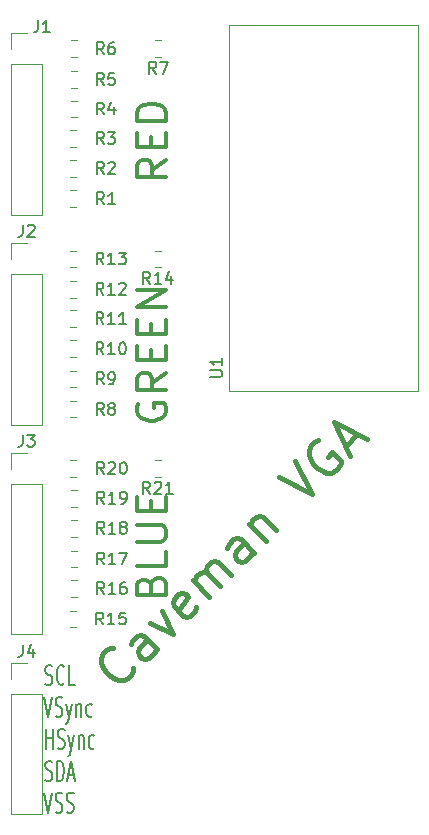
<source format=gbr>
G04 #@! TF.GenerationSoftware,KiCad,Pcbnew,5.1.5*
G04 #@! TF.CreationDate,2020-03-28T16:17:50-05:00*
G04 #@! TF.ProjectId,CavemanDAC,43617665-6d61-46e4-9441-432e6b696361,rev?*
G04 #@! TF.SameCoordinates,Original*
G04 #@! TF.FileFunction,Legend,Top*
G04 #@! TF.FilePolarity,Positive*
%FSLAX46Y46*%
G04 Gerber Fmt 4.6, Leading zero omitted, Abs format (unit mm)*
G04 Created by KiCad (PCBNEW 5.1.5) date 2020-03-28 16:17:50*
%MOMM*%
%LPD*%
G04 APERTURE LIST*
%ADD10C,0.400000*%
%ADD11C,0.300000*%
%ADD12C,0.150000*%
%ADD13C,0.120000*%
G04 APERTURE END LIST*
D10*
X113216749Y-150798479D02*
X113216749Y-151000510D01*
X113014718Y-151404571D01*
X112812688Y-151606601D01*
X112408627Y-151808632D01*
X112004566Y-151808632D01*
X111701520Y-151707616D01*
X111196444Y-151404571D01*
X110893398Y-151101525D01*
X110590352Y-150596449D01*
X110489337Y-150293403D01*
X110489337Y-149889342D01*
X110691367Y-149485281D01*
X110893398Y-149283250D01*
X111297459Y-149081220D01*
X111499489Y-149081220D01*
X115237054Y-149182235D02*
X114125886Y-148071067D01*
X113822840Y-147970052D01*
X113519794Y-148071067D01*
X113115733Y-148475128D01*
X113014718Y-148778174D01*
X115136038Y-149081220D02*
X115035023Y-149384266D01*
X114529947Y-149889342D01*
X114226901Y-149990357D01*
X113923855Y-149889342D01*
X113721825Y-149687311D01*
X113620810Y-149384266D01*
X113721825Y-149081220D01*
X114226901Y-148576144D01*
X114327916Y-148273098D01*
X114630962Y-146959900D02*
X116550252Y-147869037D01*
X115641115Y-145949747D01*
X118570557Y-145646701D02*
X118469542Y-145949747D01*
X118065481Y-146353808D01*
X117762435Y-146454823D01*
X117459389Y-146353808D01*
X116651267Y-145545686D01*
X116550252Y-145242640D01*
X116651267Y-144939594D01*
X117055328Y-144535533D01*
X117358374Y-144434518D01*
X117661420Y-144535533D01*
X117863450Y-144737564D01*
X117055328Y-145949747D01*
X119681725Y-144737564D02*
X118267511Y-143323350D01*
X118469542Y-143525381D02*
X118469542Y-143323350D01*
X118570557Y-143020305D01*
X118873603Y-142717259D01*
X119176649Y-142616244D01*
X119479694Y-142717259D01*
X120590862Y-143828427D01*
X119479694Y-142717259D02*
X119378679Y-142414213D01*
X119479694Y-142111167D01*
X119782740Y-141808122D01*
X120085786Y-141707106D01*
X120388832Y-141808122D01*
X121500000Y-142919289D01*
X123419289Y-141000000D02*
X122308122Y-139888832D01*
X122005076Y-139787816D01*
X121702030Y-139888832D01*
X121297969Y-140292893D01*
X121196954Y-140595938D01*
X123318274Y-140898984D02*
X123217259Y-141202030D01*
X122712183Y-141707106D01*
X122409137Y-141808122D01*
X122106091Y-141707106D01*
X121904061Y-141505076D01*
X121803045Y-141202030D01*
X121904061Y-140898984D01*
X122409137Y-140393908D01*
X122510152Y-140090862D01*
X123015228Y-138575633D02*
X124429442Y-139989847D01*
X123217259Y-138777664D02*
X123217259Y-138575633D01*
X123318274Y-138272588D01*
X123621320Y-137969542D01*
X123924366Y-137868527D01*
X124227411Y-137969542D01*
X125338579Y-139080710D01*
X125540610Y-134636038D02*
X128369037Y-136050252D01*
X126954823Y-133221825D01*
X128874113Y-131504566D02*
X128571067Y-131605581D01*
X128268022Y-131908627D01*
X128065991Y-132312688D01*
X128065991Y-132716749D01*
X128167006Y-133019794D01*
X128470052Y-133524871D01*
X128773098Y-133827916D01*
X129278174Y-134130962D01*
X129581220Y-134231977D01*
X129985281Y-134231977D01*
X130389342Y-134029947D01*
X130591372Y-133827916D01*
X130793403Y-133423855D01*
X130793403Y-133221825D01*
X130086296Y-132514718D01*
X129682235Y-132918779D01*
X131197464Y-132009642D02*
X132207616Y-130999489D01*
X131601525Y-132817764D02*
X130187311Y-129989337D01*
X133015739Y-131403550D01*
D11*
X116030952Y-107757142D02*
X114840476Y-108590476D01*
X116030952Y-109185714D02*
X113530952Y-109185714D01*
X113530952Y-108233333D01*
X113650000Y-107995238D01*
X113769047Y-107876190D01*
X114007142Y-107757142D01*
X114364285Y-107757142D01*
X114602380Y-107876190D01*
X114721428Y-107995238D01*
X114840476Y-108233333D01*
X114840476Y-109185714D01*
X114721428Y-106685714D02*
X114721428Y-105852380D01*
X116030952Y-105495238D02*
X116030952Y-106685714D01*
X113530952Y-106685714D01*
X113530952Y-105495238D01*
X116030952Y-104423809D02*
X113530952Y-104423809D01*
X113530952Y-103828571D01*
X113650000Y-103471428D01*
X113888095Y-103233333D01*
X114126190Y-103114285D01*
X114602380Y-102995238D01*
X114959523Y-102995238D01*
X115435714Y-103114285D01*
X115673809Y-103233333D01*
X115911904Y-103471428D01*
X116030952Y-103828571D01*
X116030952Y-104423809D01*
X113650000Y-128416666D02*
X113530952Y-128654761D01*
X113530952Y-129011904D01*
X113650000Y-129369047D01*
X113888095Y-129607142D01*
X114126190Y-129726190D01*
X114602380Y-129845238D01*
X114959523Y-129845238D01*
X115435714Y-129726190D01*
X115673809Y-129607142D01*
X115911904Y-129369047D01*
X116030952Y-129011904D01*
X116030952Y-128773809D01*
X115911904Y-128416666D01*
X115792857Y-128297619D01*
X114959523Y-128297619D01*
X114959523Y-128773809D01*
X116030952Y-125797619D02*
X114840476Y-126630952D01*
X116030952Y-127226190D02*
X113530952Y-127226190D01*
X113530952Y-126273809D01*
X113650000Y-126035714D01*
X113769047Y-125916666D01*
X114007142Y-125797619D01*
X114364285Y-125797619D01*
X114602380Y-125916666D01*
X114721428Y-126035714D01*
X114840476Y-126273809D01*
X114840476Y-127226190D01*
X114721428Y-124726190D02*
X114721428Y-123892857D01*
X116030952Y-123535714D02*
X116030952Y-124726190D01*
X113530952Y-124726190D01*
X113530952Y-123535714D01*
X114721428Y-122464285D02*
X114721428Y-121630952D01*
X116030952Y-121273809D02*
X116030952Y-122464285D01*
X113530952Y-122464285D01*
X113530952Y-121273809D01*
X116030952Y-120202380D02*
X113530952Y-120202380D01*
X116030952Y-118773809D01*
X113530952Y-118773809D01*
X114721428Y-143773809D02*
X114840476Y-143416666D01*
X114959523Y-143297619D01*
X115197619Y-143178571D01*
X115554761Y-143178571D01*
X115792857Y-143297619D01*
X115911904Y-143416666D01*
X116030952Y-143654761D01*
X116030952Y-144607142D01*
X113530952Y-144607142D01*
X113530952Y-143773809D01*
X113650000Y-143535714D01*
X113769047Y-143416666D01*
X114007142Y-143297619D01*
X114245238Y-143297619D01*
X114483333Y-143416666D01*
X114602380Y-143535714D01*
X114721428Y-143773809D01*
X114721428Y-144607142D01*
X116030952Y-140916666D02*
X116030952Y-142107142D01*
X113530952Y-142107142D01*
X113530952Y-140083333D02*
X115554761Y-140083333D01*
X115792857Y-139964285D01*
X115911904Y-139845238D01*
X116030952Y-139607142D01*
X116030952Y-139130952D01*
X115911904Y-138892857D01*
X115792857Y-138773809D01*
X115554761Y-138654761D01*
X113530952Y-138654761D01*
X114721428Y-137464285D02*
X114721428Y-136630952D01*
X116030952Y-136273809D02*
X116030952Y-137464285D01*
X113530952Y-137464285D01*
X113530952Y-136273809D01*
D12*
X105787976Y-152138095D02*
X105930833Y-152219047D01*
X106168928Y-152219047D01*
X106264166Y-152138095D01*
X106311785Y-152057142D01*
X106359404Y-151895238D01*
X106359404Y-151733333D01*
X106311785Y-151571428D01*
X106264166Y-151490476D01*
X106168928Y-151409523D01*
X105978452Y-151328571D01*
X105883214Y-151247619D01*
X105835595Y-151166666D01*
X105787976Y-151004761D01*
X105787976Y-150842857D01*
X105835595Y-150680952D01*
X105883214Y-150600000D01*
X105978452Y-150519047D01*
X106216547Y-150519047D01*
X106359404Y-150600000D01*
X107359404Y-152057142D02*
X107311785Y-152138095D01*
X107168928Y-152219047D01*
X107073690Y-152219047D01*
X106930833Y-152138095D01*
X106835595Y-151976190D01*
X106787976Y-151814285D01*
X106740357Y-151490476D01*
X106740357Y-151247619D01*
X106787976Y-150923809D01*
X106835595Y-150761904D01*
X106930833Y-150600000D01*
X107073690Y-150519047D01*
X107168928Y-150519047D01*
X107311785Y-150600000D01*
X107359404Y-150680952D01*
X108264166Y-152219047D02*
X107787976Y-152219047D01*
X107787976Y-150519047D01*
X105692738Y-153219047D02*
X106026071Y-154919047D01*
X106359404Y-153219047D01*
X106645119Y-154838095D02*
X106787976Y-154919047D01*
X107026071Y-154919047D01*
X107121309Y-154838095D01*
X107168928Y-154757142D01*
X107216547Y-154595238D01*
X107216547Y-154433333D01*
X107168928Y-154271428D01*
X107121309Y-154190476D01*
X107026071Y-154109523D01*
X106835595Y-154028571D01*
X106740357Y-153947619D01*
X106692738Y-153866666D01*
X106645119Y-153704761D01*
X106645119Y-153542857D01*
X106692738Y-153380952D01*
X106740357Y-153300000D01*
X106835595Y-153219047D01*
X107073690Y-153219047D01*
X107216547Y-153300000D01*
X107549880Y-153785714D02*
X107787976Y-154919047D01*
X108026071Y-153785714D02*
X107787976Y-154919047D01*
X107692738Y-155323809D01*
X107645119Y-155404761D01*
X107549880Y-155485714D01*
X108407023Y-153785714D02*
X108407023Y-154919047D01*
X108407023Y-153947619D02*
X108454642Y-153866666D01*
X108549880Y-153785714D01*
X108692738Y-153785714D01*
X108787976Y-153866666D01*
X108835595Y-154028571D01*
X108835595Y-154919047D01*
X109740357Y-154838095D02*
X109645119Y-154919047D01*
X109454642Y-154919047D01*
X109359404Y-154838095D01*
X109311785Y-154757142D01*
X109264166Y-154595238D01*
X109264166Y-154109523D01*
X109311785Y-153947619D01*
X109359404Y-153866666D01*
X109454642Y-153785714D01*
X109645119Y-153785714D01*
X109740357Y-153866666D01*
X105835595Y-157619047D02*
X105835595Y-155919047D01*
X105835595Y-156728571D02*
X106407023Y-156728571D01*
X106407023Y-157619047D02*
X106407023Y-155919047D01*
X106835595Y-157538095D02*
X106978452Y-157619047D01*
X107216547Y-157619047D01*
X107311785Y-157538095D01*
X107359404Y-157457142D01*
X107407023Y-157295238D01*
X107407023Y-157133333D01*
X107359404Y-156971428D01*
X107311785Y-156890476D01*
X107216547Y-156809523D01*
X107026071Y-156728571D01*
X106930833Y-156647619D01*
X106883214Y-156566666D01*
X106835595Y-156404761D01*
X106835595Y-156242857D01*
X106883214Y-156080952D01*
X106930833Y-156000000D01*
X107026071Y-155919047D01*
X107264166Y-155919047D01*
X107407023Y-156000000D01*
X107740357Y-156485714D02*
X107978452Y-157619047D01*
X108216547Y-156485714D02*
X107978452Y-157619047D01*
X107883214Y-158023809D01*
X107835595Y-158104761D01*
X107740357Y-158185714D01*
X108597500Y-156485714D02*
X108597500Y-157619047D01*
X108597500Y-156647619D02*
X108645119Y-156566666D01*
X108740357Y-156485714D01*
X108883214Y-156485714D01*
X108978452Y-156566666D01*
X109026071Y-156728571D01*
X109026071Y-157619047D01*
X109930833Y-157538095D02*
X109835595Y-157619047D01*
X109645119Y-157619047D01*
X109549880Y-157538095D01*
X109502261Y-157457142D01*
X109454642Y-157295238D01*
X109454642Y-156809523D01*
X109502261Y-156647619D01*
X109549880Y-156566666D01*
X109645119Y-156485714D01*
X109835595Y-156485714D01*
X109930833Y-156566666D01*
X105787976Y-160238095D02*
X105930833Y-160319047D01*
X106168928Y-160319047D01*
X106264166Y-160238095D01*
X106311785Y-160157142D01*
X106359404Y-159995238D01*
X106359404Y-159833333D01*
X106311785Y-159671428D01*
X106264166Y-159590476D01*
X106168928Y-159509523D01*
X105978452Y-159428571D01*
X105883214Y-159347619D01*
X105835595Y-159266666D01*
X105787976Y-159104761D01*
X105787976Y-158942857D01*
X105835595Y-158780952D01*
X105883214Y-158700000D01*
X105978452Y-158619047D01*
X106216547Y-158619047D01*
X106359404Y-158700000D01*
X106787976Y-160319047D02*
X106787976Y-158619047D01*
X107026071Y-158619047D01*
X107168928Y-158700000D01*
X107264166Y-158861904D01*
X107311785Y-159023809D01*
X107359404Y-159347619D01*
X107359404Y-159590476D01*
X107311785Y-159914285D01*
X107264166Y-160076190D01*
X107168928Y-160238095D01*
X107026071Y-160319047D01*
X106787976Y-160319047D01*
X107740357Y-159833333D02*
X108216547Y-159833333D01*
X107645119Y-160319047D02*
X107978452Y-158619047D01*
X108311785Y-160319047D01*
X105692738Y-161319047D02*
X106026071Y-163019047D01*
X106359404Y-161319047D01*
X106645119Y-162938095D02*
X106787976Y-163019047D01*
X107026071Y-163019047D01*
X107121309Y-162938095D01*
X107168928Y-162857142D01*
X107216547Y-162695238D01*
X107216547Y-162533333D01*
X107168928Y-162371428D01*
X107121309Y-162290476D01*
X107026071Y-162209523D01*
X106835595Y-162128571D01*
X106740357Y-162047619D01*
X106692738Y-161966666D01*
X106645119Y-161804761D01*
X106645119Y-161642857D01*
X106692738Y-161480952D01*
X106740357Y-161400000D01*
X106835595Y-161319047D01*
X107073690Y-161319047D01*
X107216547Y-161400000D01*
X107597500Y-162938095D02*
X107740357Y-163019047D01*
X107978452Y-163019047D01*
X108073690Y-162938095D01*
X108121309Y-162857142D01*
X108168928Y-162695238D01*
X108168928Y-162533333D01*
X108121309Y-162371428D01*
X108073690Y-162290476D01*
X107978452Y-162209523D01*
X107787976Y-162128571D01*
X107692738Y-162047619D01*
X107645119Y-161966666D01*
X107597500Y-161804761D01*
X107597500Y-161642857D01*
X107645119Y-161480952D01*
X107692738Y-161400000D01*
X107787976Y-161319047D01*
X108026071Y-161319047D01*
X108168928Y-161400000D01*
D13*
X102870000Y-112380000D02*
X105530000Y-112380000D01*
X102870000Y-99620000D02*
X102870000Y-112380000D01*
X105530000Y-99620000D02*
X105530000Y-112380000D01*
X102870000Y-99620000D02*
X105530000Y-99620000D01*
X102870000Y-98350000D02*
X102870000Y-97020000D01*
X102870000Y-97020000D02*
X104200000Y-97020000D01*
X102870000Y-130160000D02*
X105530000Y-130160000D01*
X102870000Y-117400000D02*
X102870000Y-130160000D01*
X105530000Y-117400000D02*
X105530000Y-130160000D01*
X102870000Y-117400000D02*
X105530000Y-117400000D01*
X102870000Y-116130000D02*
X102870000Y-114800000D01*
X102870000Y-114800000D02*
X104200000Y-114800000D01*
X102870000Y-132575000D02*
X104200000Y-132575000D01*
X102870000Y-133905000D02*
X102870000Y-132575000D01*
X102870000Y-135175000D02*
X105530000Y-135175000D01*
X105530000Y-135175000D02*
X105530000Y-147935000D01*
X102870000Y-135175000D02*
X102870000Y-147935000D01*
X102870000Y-147935000D02*
X105530000Y-147935000D01*
X108346078Y-111760000D02*
X107828922Y-111760000D01*
X108346078Y-110340000D02*
X107828922Y-110340000D01*
X108396078Y-109210000D02*
X107878922Y-109210000D01*
X108396078Y-107790000D02*
X107878922Y-107790000D01*
X108421078Y-105240000D02*
X107903922Y-105240000D01*
X108421078Y-106660000D02*
X107903922Y-106660000D01*
X108446078Y-104160000D02*
X107928922Y-104160000D01*
X108446078Y-102740000D02*
X107928922Y-102740000D01*
X108446078Y-100240000D02*
X107928922Y-100240000D01*
X108446078Y-101660000D02*
X107928922Y-101660000D01*
X108496078Y-99060000D02*
X107978922Y-99060000D01*
X108496078Y-97640000D02*
X107978922Y-97640000D01*
X115596078Y-97640000D02*
X115078922Y-97640000D01*
X115596078Y-99060000D02*
X115078922Y-99060000D01*
X108396078Y-129560000D02*
X107878922Y-129560000D01*
X108396078Y-128140000D02*
X107878922Y-128140000D01*
X108396078Y-125590000D02*
X107878922Y-125590000D01*
X108396078Y-127010000D02*
X107878922Y-127010000D01*
X108396078Y-124460000D02*
X107878922Y-124460000D01*
X108396078Y-123040000D02*
X107878922Y-123040000D01*
X108396078Y-120490000D02*
X107878922Y-120490000D01*
X108396078Y-121910000D02*
X107878922Y-121910000D01*
X108396078Y-119410000D02*
X107878922Y-119410000D01*
X108396078Y-117990000D02*
X107878922Y-117990000D01*
X108396078Y-115440000D02*
X107878922Y-115440000D01*
X108396078Y-116860000D02*
X107878922Y-116860000D01*
X115546078Y-116860000D02*
X115028922Y-116860000D01*
X115546078Y-115440000D02*
X115028922Y-115440000D01*
X108396078Y-145915000D02*
X107878922Y-145915000D01*
X108396078Y-147335000D02*
X107878922Y-147335000D01*
X108446078Y-144760000D02*
X107928922Y-144760000D01*
X108446078Y-143340000D02*
X107928922Y-143340000D01*
X108446078Y-140840000D02*
X107928922Y-140840000D01*
X108446078Y-142260000D02*
X107928922Y-142260000D01*
X108446078Y-139660000D02*
X107928922Y-139660000D01*
X108446078Y-138240000D02*
X107928922Y-138240000D01*
X108446078Y-135690000D02*
X107928922Y-135690000D01*
X108446078Y-137110000D02*
X107928922Y-137110000D01*
X108396078Y-134610000D02*
X107878922Y-134610000D01*
X108396078Y-133190000D02*
X107878922Y-133190000D01*
X115546078Y-133190000D02*
X115028922Y-133190000D01*
X115546078Y-134610000D02*
X115028922Y-134610000D01*
X137350000Y-96350000D02*
X137350000Y-127350000D01*
X121300000Y-96350000D02*
X121300000Y-127350000D01*
X121300000Y-127350000D02*
X137350000Y-127350000D01*
X137350000Y-127350000D02*
X137300000Y-127350000D01*
X137300000Y-127350000D02*
X137350000Y-127350000D01*
X137350000Y-96350000D02*
X121300000Y-96350000D01*
X102870000Y-163170000D02*
X105530000Y-163170000D01*
X102870000Y-152950000D02*
X102870000Y-163170000D01*
X105530000Y-152950000D02*
X105530000Y-163170000D01*
X102870000Y-152950000D02*
X105530000Y-152950000D01*
X102870000Y-151680000D02*
X102870000Y-150350000D01*
X102870000Y-150350000D02*
X104200000Y-150350000D01*
D12*
X105166666Y-95952380D02*
X105166666Y-96666666D01*
X105119047Y-96809523D01*
X105023809Y-96904761D01*
X104880952Y-96952380D01*
X104785714Y-96952380D01*
X106166666Y-96952380D02*
X105595238Y-96952380D01*
X105880952Y-96952380D02*
X105880952Y-95952380D01*
X105785714Y-96095238D01*
X105690476Y-96190476D01*
X105595238Y-96238095D01*
X103866666Y-113252380D02*
X103866666Y-113966666D01*
X103819047Y-114109523D01*
X103723809Y-114204761D01*
X103580952Y-114252380D01*
X103485714Y-114252380D01*
X104295238Y-113347619D02*
X104342857Y-113300000D01*
X104438095Y-113252380D01*
X104676190Y-113252380D01*
X104771428Y-113300000D01*
X104819047Y-113347619D01*
X104866666Y-113442857D01*
X104866666Y-113538095D01*
X104819047Y-113680952D01*
X104247619Y-114252380D01*
X104866666Y-114252380D01*
X103866666Y-131027380D02*
X103866666Y-131741666D01*
X103819047Y-131884523D01*
X103723809Y-131979761D01*
X103580952Y-132027380D01*
X103485714Y-132027380D01*
X104247619Y-131027380D02*
X104866666Y-131027380D01*
X104533333Y-131408333D01*
X104676190Y-131408333D01*
X104771428Y-131455952D01*
X104819047Y-131503571D01*
X104866666Y-131598809D01*
X104866666Y-131836904D01*
X104819047Y-131932142D01*
X104771428Y-131979761D01*
X104676190Y-132027380D01*
X104390476Y-132027380D01*
X104295238Y-131979761D01*
X104247619Y-131932142D01*
X110733333Y-111502380D02*
X110400000Y-111026190D01*
X110161904Y-111502380D02*
X110161904Y-110502380D01*
X110542857Y-110502380D01*
X110638095Y-110550000D01*
X110685714Y-110597619D01*
X110733333Y-110692857D01*
X110733333Y-110835714D01*
X110685714Y-110930952D01*
X110638095Y-110978571D01*
X110542857Y-111026190D01*
X110161904Y-111026190D01*
X111685714Y-111502380D02*
X111114285Y-111502380D01*
X111400000Y-111502380D02*
X111400000Y-110502380D01*
X111304761Y-110645238D01*
X111209523Y-110740476D01*
X111114285Y-110788095D01*
X110733333Y-108952380D02*
X110400000Y-108476190D01*
X110161904Y-108952380D02*
X110161904Y-107952380D01*
X110542857Y-107952380D01*
X110638095Y-108000000D01*
X110685714Y-108047619D01*
X110733333Y-108142857D01*
X110733333Y-108285714D01*
X110685714Y-108380952D01*
X110638095Y-108428571D01*
X110542857Y-108476190D01*
X110161904Y-108476190D01*
X111114285Y-108047619D02*
X111161904Y-108000000D01*
X111257142Y-107952380D01*
X111495238Y-107952380D01*
X111590476Y-108000000D01*
X111638095Y-108047619D01*
X111685714Y-108142857D01*
X111685714Y-108238095D01*
X111638095Y-108380952D01*
X111066666Y-108952380D01*
X111685714Y-108952380D01*
X110733333Y-106402380D02*
X110400000Y-105926190D01*
X110161904Y-106402380D02*
X110161904Y-105402380D01*
X110542857Y-105402380D01*
X110638095Y-105450000D01*
X110685714Y-105497619D01*
X110733333Y-105592857D01*
X110733333Y-105735714D01*
X110685714Y-105830952D01*
X110638095Y-105878571D01*
X110542857Y-105926190D01*
X110161904Y-105926190D01*
X111066666Y-105402380D02*
X111685714Y-105402380D01*
X111352380Y-105783333D01*
X111495238Y-105783333D01*
X111590476Y-105830952D01*
X111638095Y-105878571D01*
X111685714Y-105973809D01*
X111685714Y-106211904D01*
X111638095Y-106307142D01*
X111590476Y-106354761D01*
X111495238Y-106402380D01*
X111209523Y-106402380D01*
X111114285Y-106354761D01*
X111066666Y-106307142D01*
X110733333Y-103902380D02*
X110400000Y-103426190D01*
X110161904Y-103902380D02*
X110161904Y-102902380D01*
X110542857Y-102902380D01*
X110638095Y-102950000D01*
X110685714Y-102997619D01*
X110733333Y-103092857D01*
X110733333Y-103235714D01*
X110685714Y-103330952D01*
X110638095Y-103378571D01*
X110542857Y-103426190D01*
X110161904Y-103426190D01*
X111590476Y-103235714D02*
X111590476Y-103902380D01*
X111352380Y-102854761D02*
X111114285Y-103569047D01*
X111733333Y-103569047D01*
X110733333Y-101402380D02*
X110400000Y-100926190D01*
X110161904Y-101402380D02*
X110161904Y-100402380D01*
X110542857Y-100402380D01*
X110638095Y-100450000D01*
X110685714Y-100497619D01*
X110733333Y-100592857D01*
X110733333Y-100735714D01*
X110685714Y-100830952D01*
X110638095Y-100878571D01*
X110542857Y-100926190D01*
X110161904Y-100926190D01*
X111638095Y-100402380D02*
X111161904Y-100402380D01*
X111114285Y-100878571D01*
X111161904Y-100830952D01*
X111257142Y-100783333D01*
X111495238Y-100783333D01*
X111590476Y-100830952D01*
X111638095Y-100878571D01*
X111685714Y-100973809D01*
X111685714Y-101211904D01*
X111638095Y-101307142D01*
X111590476Y-101354761D01*
X111495238Y-101402380D01*
X111257142Y-101402380D01*
X111161904Y-101354761D01*
X111114285Y-101307142D01*
X110733333Y-98802380D02*
X110400000Y-98326190D01*
X110161904Y-98802380D02*
X110161904Y-97802380D01*
X110542857Y-97802380D01*
X110638095Y-97850000D01*
X110685714Y-97897619D01*
X110733333Y-97992857D01*
X110733333Y-98135714D01*
X110685714Y-98230952D01*
X110638095Y-98278571D01*
X110542857Y-98326190D01*
X110161904Y-98326190D01*
X111590476Y-97802380D02*
X111400000Y-97802380D01*
X111304761Y-97850000D01*
X111257142Y-97897619D01*
X111161904Y-98040476D01*
X111114285Y-98230952D01*
X111114285Y-98611904D01*
X111161904Y-98707142D01*
X111209523Y-98754761D01*
X111304761Y-98802380D01*
X111495238Y-98802380D01*
X111590476Y-98754761D01*
X111638095Y-98707142D01*
X111685714Y-98611904D01*
X111685714Y-98373809D01*
X111638095Y-98278571D01*
X111590476Y-98230952D01*
X111495238Y-98183333D01*
X111304761Y-98183333D01*
X111209523Y-98230952D01*
X111161904Y-98278571D01*
X111114285Y-98373809D01*
X115170833Y-100452380D02*
X114837500Y-99976190D01*
X114599404Y-100452380D02*
X114599404Y-99452380D01*
X114980357Y-99452380D01*
X115075595Y-99500000D01*
X115123214Y-99547619D01*
X115170833Y-99642857D01*
X115170833Y-99785714D01*
X115123214Y-99880952D01*
X115075595Y-99928571D01*
X114980357Y-99976190D01*
X114599404Y-99976190D01*
X115504166Y-99452380D02*
X116170833Y-99452380D01*
X115742261Y-100452380D01*
X110733333Y-129352380D02*
X110400000Y-128876190D01*
X110161904Y-129352380D02*
X110161904Y-128352380D01*
X110542857Y-128352380D01*
X110638095Y-128400000D01*
X110685714Y-128447619D01*
X110733333Y-128542857D01*
X110733333Y-128685714D01*
X110685714Y-128780952D01*
X110638095Y-128828571D01*
X110542857Y-128876190D01*
X110161904Y-128876190D01*
X111304761Y-128780952D02*
X111209523Y-128733333D01*
X111161904Y-128685714D01*
X111114285Y-128590476D01*
X111114285Y-128542857D01*
X111161904Y-128447619D01*
X111209523Y-128400000D01*
X111304761Y-128352380D01*
X111495238Y-128352380D01*
X111590476Y-128400000D01*
X111638095Y-128447619D01*
X111685714Y-128542857D01*
X111685714Y-128590476D01*
X111638095Y-128685714D01*
X111590476Y-128733333D01*
X111495238Y-128780952D01*
X111304761Y-128780952D01*
X111209523Y-128828571D01*
X111161904Y-128876190D01*
X111114285Y-128971428D01*
X111114285Y-129161904D01*
X111161904Y-129257142D01*
X111209523Y-129304761D01*
X111304761Y-129352380D01*
X111495238Y-129352380D01*
X111590476Y-129304761D01*
X111638095Y-129257142D01*
X111685714Y-129161904D01*
X111685714Y-128971428D01*
X111638095Y-128876190D01*
X111590476Y-128828571D01*
X111495238Y-128780952D01*
X110733333Y-126752380D02*
X110400000Y-126276190D01*
X110161904Y-126752380D02*
X110161904Y-125752380D01*
X110542857Y-125752380D01*
X110638095Y-125800000D01*
X110685714Y-125847619D01*
X110733333Y-125942857D01*
X110733333Y-126085714D01*
X110685714Y-126180952D01*
X110638095Y-126228571D01*
X110542857Y-126276190D01*
X110161904Y-126276190D01*
X111209523Y-126752380D02*
X111400000Y-126752380D01*
X111495238Y-126704761D01*
X111542857Y-126657142D01*
X111638095Y-126514285D01*
X111685714Y-126323809D01*
X111685714Y-125942857D01*
X111638095Y-125847619D01*
X111590476Y-125800000D01*
X111495238Y-125752380D01*
X111304761Y-125752380D01*
X111209523Y-125800000D01*
X111161904Y-125847619D01*
X111114285Y-125942857D01*
X111114285Y-126180952D01*
X111161904Y-126276190D01*
X111209523Y-126323809D01*
X111304761Y-126371428D01*
X111495238Y-126371428D01*
X111590476Y-126323809D01*
X111638095Y-126276190D01*
X111685714Y-126180952D01*
X110707142Y-124202380D02*
X110373809Y-123726190D01*
X110135714Y-124202380D02*
X110135714Y-123202380D01*
X110516666Y-123202380D01*
X110611904Y-123250000D01*
X110659523Y-123297619D01*
X110707142Y-123392857D01*
X110707142Y-123535714D01*
X110659523Y-123630952D01*
X110611904Y-123678571D01*
X110516666Y-123726190D01*
X110135714Y-123726190D01*
X111659523Y-124202380D02*
X111088095Y-124202380D01*
X111373809Y-124202380D02*
X111373809Y-123202380D01*
X111278571Y-123345238D01*
X111183333Y-123440476D01*
X111088095Y-123488095D01*
X112278571Y-123202380D02*
X112373809Y-123202380D01*
X112469047Y-123250000D01*
X112516666Y-123297619D01*
X112564285Y-123392857D01*
X112611904Y-123583333D01*
X112611904Y-123821428D01*
X112564285Y-124011904D01*
X112516666Y-124107142D01*
X112469047Y-124154761D01*
X112373809Y-124202380D01*
X112278571Y-124202380D01*
X112183333Y-124154761D01*
X112135714Y-124107142D01*
X112088095Y-124011904D01*
X112040476Y-123821428D01*
X112040476Y-123583333D01*
X112088095Y-123392857D01*
X112135714Y-123297619D01*
X112183333Y-123250000D01*
X112278571Y-123202380D01*
X110707142Y-121652380D02*
X110373809Y-121176190D01*
X110135714Y-121652380D02*
X110135714Y-120652380D01*
X110516666Y-120652380D01*
X110611904Y-120700000D01*
X110659523Y-120747619D01*
X110707142Y-120842857D01*
X110707142Y-120985714D01*
X110659523Y-121080952D01*
X110611904Y-121128571D01*
X110516666Y-121176190D01*
X110135714Y-121176190D01*
X111659523Y-121652380D02*
X111088095Y-121652380D01*
X111373809Y-121652380D02*
X111373809Y-120652380D01*
X111278571Y-120795238D01*
X111183333Y-120890476D01*
X111088095Y-120938095D01*
X112611904Y-121652380D02*
X112040476Y-121652380D01*
X112326190Y-121652380D02*
X112326190Y-120652380D01*
X112230952Y-120795238D01*
X112135714Y-120890476D01*
X112040476Y-120938095D01*
X110707142Y-119152380D02*
X110373809Y-118676190D01*
X110135714Y-119152380D02*
X110135714Y-118152380D01*
X110516666Y-118152380D01*
X110611904Y-118200000D01*
X110659523Y-118247619D01*
X110707142Y-118342857D01*
X110707142Y-118485714D01*
X110659523Y-118580952D01*
X110611904Y-118628571D01*
X110516666Y-118676190D01*
X110135714Y-118676190D01*
X111659523Y-119152380D02*
X111088095Y-119152380D01*
X111373809Y-119152380D02*
X111373809Y-118152380D01*
X111278571Y-118295238D01*
X111183333Y-118390476D01*
X111088095Y-118438095D01*
X112040476Y-118247619D02*
X112088095Y-118200000D01*
X112183333Y-118152380D01*
X112421428Y-118152380D01*
X112516666Y-118200000D01*
X112564285Y-118247619D01*
X112611904Y-118342857D01*
X112611904Y-118438095D01*
X112564285Y-118580952D01*
X111992857Y-119152380D01*
X112611904Y-119152380D01*
X110707142Y-116602380D02*
X110373809Y-116126190D01*
X110135714Y-116602380D02*
X110135714Y-115602380D01*
X110516666Y-115602380D01*
X110611904Y-115650000D01*
X110659523Y-115697619D01*
X110707142Y-115792857D01*
X110707142Y-115935714D01*
X110659523Y-116030952D01*
X110611904Y-116078571D01*
X110516666Y-116126190D01*
X110135714Y-116126190D01*
X111659523Y-116602380D02*
X111088095Y-116602380D01*
X111373809Y-116602380D02*
X111373809Y-115602380D01*
X111278571Y-115745238D01*
X111183333Y-115840476D01*
X111088095Y-115888095D01*
X111992857Y-115602380D02*
X112611904Y-115602380D01*
X112278571Y-115983333D01*
X112421428Y-115983333D01*
X112516666Y-116030952D01*
X112564285Y-116078571D01*
X112611904Y-116173809D01*
X112611904Y-116411904D01*
X112564285Y-116507142D01*
X112516666Y-116554761D01*
X112421428Y-116602380D01*
X112135714Y-116602380D01*
X112040476Y-116554761D01*
X111992857Y-116507142D01*
X114644642Y-118252380D02*
X114311309Y-117776190D01*
X114073214Y-118252380D02*
X114073214Y-117252380D01*
X114454166Y-117252380D01*
X114549404Y-117300000D01*
X114597023Y-117347619D01*
X114644642Y-117442857D01*
X114644642Y-117585714D01*
X114597023Y-117680952D01*
X114549404Y-117728571D01*
X114454166Y-117776190D01*
X114073214Y-117776190D01*
X115597023Y-118252380D02*
X115025595Y-118252380D01*
X115311309Y-118252380D02*
X115311309Y-117252380D01*
X115216071Y-117395238D01*
X115120833Y-117490476D01*
X115025595Y-117538095D01*
X116454166Y-117585714D02*
X116454166Y-118252380D01*
X116216071Y-117204761D02*
X115977976Y-117919047D01*
X116597023Y-117919047D01*
X110682142Y-147077380D02*
X110348809Y-146601190D01*
X110110714Y-147077380D02*
X110110714Y-146077380D01*
X110491666Y-146077380D01*
X110586904Y-146125000D01*
X110634523Y-146172619D01*
X110682142Y-146267857D01*
X110682142Y-146410714D01*
X110634523Y-146505952D01*
X110586904Y-146553571D01*
X110491666Y-146601190D01*
X110110714Y-146601190D01*
X111634523Y-147077380D02*
X111063095Y-147077380D01*
X111348809Y-147077380D02*
X111348809Y-146077380D01*
X111253571Y-146220238D01*
X111158333Y-146315476D01*
X111063095Y-146363095D01*
X112539285Y-146077380D02*
X112063095Y-146077380D01*
X112015476Y-146553571D01*
X112063095Y-146505952D01*
X112158333Y-146458333D01*
X112396428Y-146458333D01*
X112491666Y-146505952D01*
X112539285Y-146553571D01*
X112586904Y-146648809D01*
X112586904Y-146886904D01*
X112539285Y-146982142D01*
X112491666Y-147029761D01*
X112396428Y-147077380D01*
X112158333Y-147077380D01*
X112063095Y-147029761D01*
X112015476Y-146982142D01*
X110757142Y-144502380D02*
X110423809Y-144026190D01*
X110185714Y-144502380D02*
X110185714Y-143502380D01*
X110566666Y-143502380D01*
X110661904Y-143550000D01*
X110709523Y-143597619D01*
X110757142Y-143692857D01*
X110757142Y-143835714D01*
X110709523Y-143930952D01*
X110661904Y-143978571D01*
X110566666Y-144026190D01*
X110185714Y-144026190D01*
X111709523Y-144502380D02*
X111138095Y-144502380D01*
X111423809Y-144502380D02*
X111423809Y-143502380D01*
X111328571Y-143645238D01*
X111233333Y-143740476D01*
X111138095Y-143788095D01*
X112566666Y-143502380D02*
X112376190Y-143502380D01*
X112280952Y-143550000D01*
X112233333Y-143597619D01*
X112138095Y-143740476D01*
X112090476Y-143930952D01*
X112090476Y-144311904D01*
X112138095Y-144407142D01*
X112185714Y-144454761D01*
X112280952Y-144502380D01*
X112471428Y-144502380D01*
X112566666Y-144454761D01*
X112614285Y-144407142D01*
X112661904Y-144311904D01*
X112661904Y-144073809D01*
X112614285Y-143978571D01*
X112566666Y-143930952D01*
X112471428Y-143883333D01*
X112280952Y-143883333D01*
X112185714Y-143930952D01*
X112138095Y-143978571D01*
X112090476Y-144073809D01*
X110757142Y-142002380D02*
X110423809Y-141526190D01*
X110185714Y-142002380D02*
X110185714Y-141002380D01*
X110566666Y-141002380D01*
X110661904Y-141050000D01*
X110709523Y-141097619D01*
X110757142Y-141192857D01*
X110757142Y-141335714D01*
X110709523Y-141430952D01*
X110661904Y-141478571D01*
X110566666Y-141526190D01*
X110185714Y-141526190D01*
X111709523Y-142002380D02*
X111138095Y-142002380D01*
X111423809Y-142002380D02*
X111423809Y-141002380D01*
X111328571Y-141145238D01*
X111233333Y-141240476D01*
X111138095Y-141288095D01*
X112042857Y-141002380D02*
X112709523Y-141002380D01*
X112280952Y-142002380D01*
X110757142Y-139402380D02*
X110423809Y-138926190D01*
X110185714Y-139402380D02*
X110185714Y-138402380D01*
X110566666Y-138402380D01*
X110661904Y-138450000D01*
X110709523Y-138497619D01*
X110757142Y-138592857D01*
X110757142Y-138735714D01*
X110709523Y-138830952D01*
X110661904Y-138878571D01*
X110566666Y-138926190D01*
X110185714Y-138926190D01*
X111709523Y-139402380D02*
X111138095Y-139402380D01*
X111423809Y-139402380D02*
X111423809Y-138402380D01*
X111328571Y-138545238D01*
X111233333Y-138640476D01*
X111138095Y-138688095D01*
X112280952Y-138830952D02*
X112185714Y-138783333D01*
X112138095Y-138735714D01*
X112090476Y-138640476D01*
X112090476Y-138592857D01*
X112138095Y-138497619D01*
X112185714Y-138450000D01*
X112280952Y-138402380D01*
X112471428Y-138402380D01*
X112566666Y-138450000D01*
X112614285Y-138497619D01*
X112661904Y-138592857D01*
X112661904Y-138640476D01*
X112614285Y-138735714D01*
X112566666Y-138783333D01*
X112471428Y-138830952D01*
X112280952Y-138830952D01*
X112185714Y-138878571D01*
X112138095Y-138926190D01*
X112090476Y-139021428D01*
X112090476Y-139211904D01*
X112138095Y-139307142D01*
X112185714Y-139354761D01*
X112280952Y-139402380D01*
X112471428Y-139402380D01*
X112566666Y-139354761D01*
X112614285Y-139307142D01*
X112661904Y-139211904D01*
X112661904Y-139021428D01*
X112614285Y-138926190D01*
X112566666Y-138878571D01*
X112471428Y-138830952D01*
X110757142Y-136852380D02*
X110423809Y-136376190D01*
X110185714Y-136852380D02*
X110185714Y-135852380D01*
X110566666Y-135852380D01*
X110661904Y-135900000D01*
X110709523Y-135947619D01*
X110757142Y-136042857D01*
X110757142Y-136185714D01*
X110709523Y-136280952D01*
X110661904Y-136328571D01*
X110566666Y-136376190D01*
X110185714Y-136376190D01*
X111709523Y-136852380D02*
X111138095Y-136852380D01*
X111423809Y-136852380D02*
X111423809Y-135852380D01*
X111328571Y-135995238D01*
X111233333Y-136090476D01*
X111138095Y-136138095D01*
X112185714Y-136852380D02*
X112376190Y-136852380D01*
X112471428Y-136804761D01*
X112519047Y-136757142D01*
X112614285Y-136614285D01*
X112661904Y-136423809D01*
X112661904Y-136042857D01*
X112614285Y-135947619D01*
X112566666Y-135900000D01*
X112471428Y-135852380D01*
X112280952Y-135852380D01*
X112185714Y-135900000D01*
X112138095Y-135947619D01*
X112090476Y-136042857D01*
X112090476Y-136280952D01*
X112138095Y-136376190D01*
X112185714Y-136423809D01*
X112280952Y-136471428D01*
X112471428Y-136471428D01*
X112566666Y-136423809D01*
X112614285Y-136376190D01*
X112661904Y-136280952D01*
X110757142Y-134352380D02*
X110423809Y-133876190D01*
X110185714Y-134352380D02*
X110185714Y-133352380D01*
X110566666Y-133352380D01*
X110661904Y-133400000D01*
X110709523Y-133447619D01*
X110757142Y-133542857D01*
X110757142Y-133685714D01*
X110709523Y-133780952D01*
X110661904Y-133828571D01*
X110566666Y-133876190D01*
X110185714Y-133876190D01*
X111138095Y-133447619D02*
X111185714Y-133400000D01*
X111280952Y-133352380D01*
X111519047Y-133352380D01*
X111614285Y-133400000D01*
X111661904Y-133447619D01*
X111709523Y-133542857D01*
X111709523Y-133638095D01*
X111661904Y-133780952D01*
X111090476Y-134352380D01*
X111709523Y-134352380D01*
X112328571Y-133352380D02*
X112423809Y-133352380D01*
X112519047Y-133400000D01*
X112566666Y-133447619D01*
X112614285Y-133542857D01*
X112661904Y-133733333D01*
X112661904Y-133971428D01*
X112614285Y-134161904D01*
X112566666Y-134257142D01*
X112519047Y-134304761D01*
X112423809Y-134352380D01*
X112328571Y-134352380D01*
X112233333Y-134304761D01*
X112185714Y-134257142D01*
X112138095Y-134161904D01*
X112090476Y-133971428D01*
X112090476Y-133733333D01*
X112138095Y-133542857D01*
X112185714Y-133447619D01*
X112233333Y-133400000D01*
X112328571Y-133352380D01*
X114644642Y-136002380D02*
X114311309Y-135526190D01*
X114073214Y-136002380D02*
X114073214Y-135002380D01*
X114454166Y-135002380D01*
X114549404Y-135050000D01*
X114597023Y-135097619D01*
X114644642Y-135192857D01*
X114644642Y-135335714D01*
X114597023Y-135430952D01*
X114549404Y-135478571D01*
X114454166Y-135526190D01*
X114073214Y-135526190D01*
X115025595Y-135097619D02*
X115073214Y-135050000D01*
X115168452Y-135002380D01*
X115406547Y-135002380D01*
X115501785Y-135050000D01*
X115549404Y-135097619D01*
X115597023Y-135192857D01*
X115597023Y-135288095D01*
X115549404Y-135430952D01*
X114977976Y-136002380D01*
X115597023Y-136002380D01*
X116549404Y-136002380D02*
X115977976Y-136002380D01*
X116263690Y-136002380D02*
X116263690Y-135002380D01*
X116168452Y-135145238D01*
X116073214Y-135240476D01*
X115977976Y-135288095D01*
X119752380Y-126111904D02*
X120561904Y-126111904D01*
X120657142Y-126064285D01*
X120704761Y-126016666D01*
X120752380Y-125921428D01*
X120752380Y-125730952D01*
X120704761Y-125635714D01*
X120657142Y-125588095D01*
X120561904Y-125540476D01*
X119752380Y-125540476D01*
X120752380Y-124540476D02*
X120752380Y-125111904D01*
X120752380Y-124826190D02*
X119752380Y-124826190D01*
X119895238Y-124921428D01*
X119990476Y-125016666D01*
X120038095Y-125111904D01*
X103866666Y-148802380D02*
X103866666Y-149516666D01*
X103819047Y-149659523D01*
X103723809Y-149754761D01*
X103580952Y-149802380D01*
X103485714Y-149802380D01*
X104771428Y-149135714D02*
X104771428Y-149802380D01*
X104533333Y-148754761D02*
X104295238Y-149469047D01*
X104914285Y-149469047D01*
M02*

</source>
